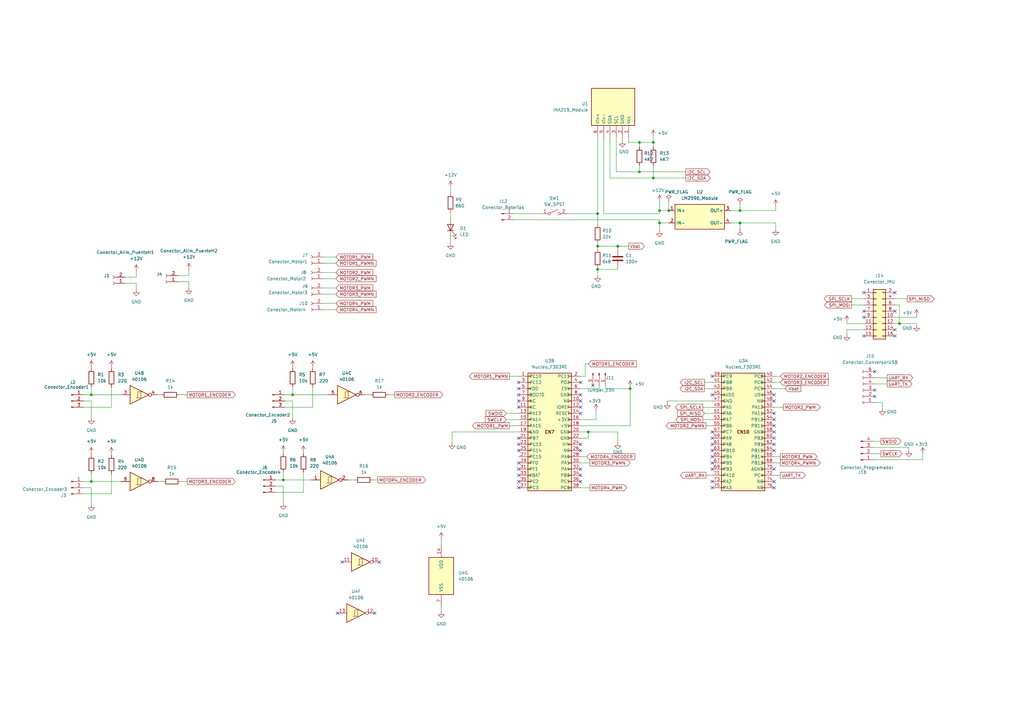
<source format=kicad_sch>
(kicad_sch (version 20211123) (generator eeschema)
  (paper "A3")
  (junction (at 274.32 86.36))
  (junction (at 270.51 91.44))
  (junction (at 262.255 70.485))
  (junction (at 245.11 110.49))
  (junction (at 303.53 91.44))
  (junction (at 245.11 100.965))
  (junction (at 262.255 58.42))
  (junction (at 120.015 161.925))
  (junction (at 241.3 177.165))
  (junction (at 303.53 86.36))
  (junction (at 258.445 159.385))
  (junction (at 37.465 197.485))
  (junction (at 267.97 73.025))
  (junction (at 253.365 100.965))
  (junction (at 368.935 132.715))
  (junction (at 270.51 86.36))
  (junction (at 37.465 161.925))
  (junction (at 116.205 196.85))
  (junction (at 267.97 58.42))
  (junction (at 245.11 87.63))
  (no_connect (at 212.725 161.925))
  (no_connect (at 317.5 192.405))
  (no_connect (at 317.5 182.245))
  (no_connect (at 317.5 184.785))
  (no_connect (at 212.725 156.845))
  (no_connect (at 354.33 137.795))
  (no_connect (at 212.725 200.025))
  (no_connect (at 354.33 127.635))
  (no_connect (at 367.03 135.255))
  (no_connect (at 212.725 197.485))
  (no_connect (at 317.5 169.545))
  (no_connect (at 367.03 137.795))
  (no_connect (at 140.335 230.505))
  (no_connect (at 317.5 172.085))
  (no_connect (at 367.03 120.015))
  (no_connect (at 153.67 251.46))
  (no_connect (at 292.1 154.305))
  (no_connect (at 138.43 251.46))
  (no_connect (at 243.205 158.115))
  (no_connect (at 238.125 194.945))
  (no_connect (at 238.125 161.925))
  (no_connect (at 238.125 182.245))
  (no_connect (at 292.1 182.245))
  (no_connect (at 317.5 174.625))
  (no_connect (at 354.33 130.175))
  (no_connect (at 317.5 161.925))
  (no_connect (at 358.775 152.4))
  (no_connect (at 292.1 187.325))
  (no_connect (at 358.775 160.02))
  (no_connect (at 238.125 184.785))
  (no_connect (at 358.775 162.56))
  (no_connect (at 238.125 169.545))
  (no_connect (at 367.03 127.635))
  (no_connect (at 317.5 200.025))
  (no_connect (at 212.725 179.705))
  (no_connect (at 212.725 189.865))
  (no_connect (at 317.5 197.485))
  (no_connect (at 238.125 167.005))
  (no_connect (at 317.5 179.705))
  (no_connect (at 292.1 179.705))
  (no_connect (at 212.725 164.465))
  (no_connect (at 238.125 192.405))
  (no_connect (at 238.125 164.465))
  (no_connect (at 292.1 197.485))
  (no_connect (at 238.125 197.485))
  (no_connect (at 292.1 200.025))
  (no_connect (at 212.725 184.785))
  (no_connect (at 155.575 230.505))
  (no_connect (at 292.1 161.925))
  (no_connect (at 317.5 177.165))
  (no_connect (at 292.1 189.865))
  (no_connect (at 354.33 120.015))
  (no_connect (at 292.1 192.405))
  (no_connect (at 212.725 194.945))
  (no_connect (at 238.125 156.845))
  (no_connect (at 212.725 167.005))
  (no_connect (at 212.725 182.245))
  (no_connect (at 212.725 159.385))
  (no_connect (at 212.725 192.405))
  (no_connect (at 292.1 184.785))
  (no_connect (at 317.5 164.465))
  (no_connect (at 292.1 177.165))
  (wire (pts (xy 247.65 87.63) (xy 270.51 87.63)))
  (wire (pts (xy 288.925 156.845) (xy 292.1 156.845)))
  (wire (pts (xy 247.65 56.515) (xy 247.65 87.63)))
  (wire (pts (xy 367.03 122.555) (xy 372.11 122.555)))
  (wire (pts (xy 267.97 55.88) (xy 267.97 58.42)))
  (wire (pts (xy 274.32 91.44) (xy 270.51 91.44)))
  (wire (pts (xy 45.72 158.75) (xy 45.72 167.005)))
  (wire (pts (xy 375.92 129.54) (xy 375.92 130.175)))
  (wire (pts (xy 245.11 87.63) (xy 245.11 92.075)))
  (wire (pts (xy 317.5 154.305) (xy 320.04 154.305)))
  (wire (pts (xy 347.345 132.08) (xy 347.345 132.715)))
  (wire (pts (xy 184.785 79.375) (xy 184.785 76.835)))
  (wire (pts (xy 45.72 194.31) (xy 45.72 202.565)))
  (wire (pts (xy 73.025 113.03) (xy 77.47 113.03)))
  (wire (pts (xy 120.015 150.495) (xy 120.015 151.13)))
  (wire (pts (xy 238.125 179.705) (xy 241.3 179.705)))
  (wire (pts (xy 255.27 56.515) (xy 255.27 57.785)))
  (wire (pts (xy 120.015 161.925) (xy 134.62 161.925)))
  (wire (pts (xy 37.465 186.055) (xy 37.465 186.69)))
  (wire (pts (xy 318.135 91.44) (xy 318.135 93.98)))
  (wire (pts (xy 245.11 100.965) (xy 253.365 100.965)))
  (wire (pts (xy 245.745 159.385) (xy 245.745 158.115)))
  (wire (pts (xy 253.365 177.165) (xy 253.365 181.61)))
  (wire (pts (xy 34.29 197.485) (xy 37.465 197.485)))
  (wire (pts (xy 318.135 84.455) (xy 318.135 86.36)))
  (wire (pts (xy 270.51 82.55) (xy 270.51 86.36)))
  (wire (pts (xy 303.53 86.36) (xy 318.135 86.36)))
  (wire (pts (xy 281.305 70.485) (xy 262.255 70.485)))
  (wire (pts (xy 252.73 70.485) (xy 252.73 56.515)))
  (wire (pts (xy 349.25 125.095) (xy 354.33 125.095)))
  (wire (pts (xy 238.125 172.085) (xy 244.475 172.085)))
  (wire (pts (xy 180.975 220.98) (xy 180.975 223.52)))
  (wire (pts (xy 240.03 149.225) (xy 241.3 149.225)))
  (wire (pts (xy 212.725 169.545) (xy 207.645 169.545)))
  (wire (pts (xy 248.285 159.385) (xy 248.285 158.115)))
  (wire (pts (xy 347.345 137.16) (xy 347.345 135.255)))
  (wire (pts (xy 185.42 177.165) (xy 212.725 177.165)))
  (wire (pts (xy 34.29 200.025) (xy 37.465 200.025)))
  (wire (pts (xy 253.365 109.855) (xy 253.365 110.49)))
  (wire (pts (xy 367.03 125.095) (xy 368.935 125.095)))
  (wire (pts (xy 303.53 91.44) (xy 318.135 91.44)))
  (wire (pts (xy 184.785 86.995) (xy 184.785 89.535)))
  (wire (pts (xy 113.03 196.85) (xy 116.205 196.85)))
  (wire (pts (xy 210.82 87.63) (xy 222.25 87.63)))
  (wire (pts (xy 299.72 91.44) (xy 303.53 91.44)))
  (wire (pts (xy 303.53 83.82) (xy 303.53 86.36)))
  (wire (pts (xy 74.295 197.485) (xy 76.835 197.485)))
  (wire (pts (xy 238.125 187.325) (xy 240.665 187.325)))
  (wire (pts (xy 262.255 70.485) (xy 252.73 70.485)))
  (wire (pts (xy 317.5 156.845) (xy 320.04 156.845)))
  (wire (pts (xy 367.03 130.175) (xy 375.92 130.175)))
  (wire (pts (xy 262.255 67.945) (xy 262.255 70.485)))
  (wire (pts (xy 267.97 60.325) (xy 267.97 58.42)))
  (wire (pts (xy 270.51 87.63) (xy 270.51 86.36)))
  (wire (pts (xy 257.81 56.515) (xy 257.81 58.42)))
  (wire (pts (xy 64.77 161.925) (xy 66.04 161.925)))
  (wire (pts (xy 238.125 200.025) (xy 241.935 200.025)))
  (wire (pts (xy 245.11 100.965) (xy 245.11 102.235)))
  (wire (pts (xy 258.445 159.385) (xy 258.445 174.625)))
  (wire (pts (xy 132.715 118.11) (xy 137.795 118.11)))
  (wire (pts (xy 37.465 197.485) (xy 49.53 197.485)))
  (wire (pts (xy 77.47 113.03) (xy 77.47 110.49)))
  (wire (pts (xy 244.475 168.275) (xy 244.475 172.085)))
  (wire (pts (xy 184.785 97.155) (xy 184.785 99.695)))
  (wire (pts (xy 288.29 167.005) (xy 292.1 167.005)))
  (wire (pts (xy 253.365 110.49) (xy 245.11 110.49)))
  (wire (pts (xy 132.715 120.65) (xy 137.795 120.65)))
  (wire (pts (xy 132.715 105.41) (xy 137.795 105.41)))
  (wire (pts (xy 250.19 73.025) (xy 267.97 73.025)))
  (wire (pts (xy 270.51 86.36) (xy 274.32 86.36)))
  (wire (pts (xy 241.935 189.865) (xy 238.125 189.865)))
  (wire (pts (xy 124.46 185.42) (xy 124.46 186.055)))
  (wire (pts (xy 207.645 172.085) (xy 212.725 172.085)))
  (wire (pts (xy 45.72 186.055) (xy 45.72 186.69)))
  (wire (pts (xy 208.915 154.305) (xy 212.725 154.305)))
  (wire (pts (xy 55.88 118.745) (xy 55.88 116.205)))
  (wire (pts (xy 34.29 202.565) (xy 45.72 202.565)))
  (wire (pts (xy 245.11 110.49) (xy 245.11 113.03)))
  (wire (pts (xy 273.685 164.465) (xy 292.1 164.465)))
  (wire (pts (xy 270.51 91.44) (xy 270.51 90.17)))
  (wire (pts (xy 288.925 169.545) (xy 292.1 169.545)))
  (wire (pts (xy 321.31 167.005) (xy 317.5 167.005)))
  (wire (pts (xy 361.95 165.1) (xy 358.775 165.1)))
  (wire (pts (xy 270.51 91.44) (xy 270.51 94.615)))
  (wire (pts (xy 232.41 87.63) (xy 245.11 87.63)))
  (wire (pts (xy 375.92 133.35) (xy 375.92 132.715)))
  (wire (pts (xy 128.27 150.495) (xy 128.27 151.13)))
  (wire (pts (xy 180.975 250.825) (xy 180.975 248.92)))
  (wire (pts (xy 262.255 58.42) (xy 267.97 58.42)))
  (wire (pts (xy 358.14 180.975) (xy 361.315 180.975)))
  (wire (pts (xy 258.445 174.625) (xy 238.125 174.625)))
  (wire (pts (xy 321.945 159.385) (xy 317.5 159.385)))
  (wire (pts (xy 267.97 73.025) (xy 281.305 73.025)))
  (wire (pts (xy 368.935 132.715) (xy 375.92 132.715)))
  (wire (pts (xy 51.435 113.665) (xy 55.88 113.665)))
  (wire (pts (xy 77.47 118.11) (xy 77.47 115.57)))
  (wire (pts (xy 34.29 167.005) (xy 45.72 167.005)))
  (wire (pts (xy 317.5 194.945) (xy 320.04 194.945)))
  (wire (pts (xy 55.88 116.205) (xy 51.435 116.205)))
  (wire (pts (xy 241.3 177.165) (xy 238.125 177.165)))
  (wire (pts (xy 358.775 154.94) (xy 363.855 154.94)))
  (wire (pts (xy 241.3 179.705) (xy 241.3 177.165)))
  (wire (pts (xy 368.935 125.095) (xy 368.935 132.715)))
  (wire (pts (xy 132.715 124.46) (xy 137.795 124.46)))
  (wire (pts (xy 288.925 159.385) (xy 292.1 159.385)))
  (wire (pts (xy 273.685 165.1) (xy 273.685 164.465)))
  (wire (pts (xy 77.47 115.57) (xy 73.025 115.57)))
  (wire (pts (xy 361.95 165.1) (xy 361.95 167.64)))
  (wire (pts (xy 116.205 199.39) (xy 116.205 206.375)))
  (wire (pts (xy 132.715 114.3) (xy 137.795 114.3)))
  (wire (pts (xy 258.445 159.385) (xy 258.445 158.75)))
  (wire (pts (xy 248.285 159.385) (xy 258.445 159.385)))
  (wire (pts (xy 250.19 56.515) (xy 250.19 73.025)))
  (wire (pts (xy 34.29 161.925) (xy 37.465 161.925)))
  (wire (pts (xy 113.03 201.93) (xy 124.46 201.93)))
  (wire (pts (xy 367.03 132.715) (xy 368.935 132.715)))
  (wire (pts (xy 262.255 58.42) (xy 262.255 60.325)))
  (wire (pts (xy 358.775 157.48) (xy 363.855 157.48)))
  (wire (pts (xy 358.14 186.055) (xy 361.315 186.055)))
  (wire (pts (xy 116.205 196.85) (xy 116.205 193.675)))
  (wire (pts (xy 292.1 194.945) (xy 289.56 194.945)))
  (wire (pts (xy 37.465 161.925) (xy 49.53 161.925)))
  (wire (pts (xy 34.29 164.465) (xy 37.465 164.465)))
  (wire (pts (xy 132.715 127) (xy 137.795 127)))
  (wire (pts (xy 274.32 82.55) (xy 274.32 86.36)))
  (wire (pts (xy 37.465 197.485) (xy 37.465 194.31)))
  (wire (pts (xy 303.53 93.98) (xy 303.53 91.44)))
  (wire (pts (xy 149.86 161.925) (xy 151.765 161.925)))
  (wire (pts (xy 347.345 135.255) (xy 354.33 135.255)))
  (wire (pts (xy 132.715 107.95) (xy 137.795 107.95)))
  (wire (pts (xy 358.14 183.515) (xy 372.745 183.515)))
  (wire (pts (xy 159.385 161.925) (xy 161.925 161.925)))
  (wire (pts (xy 132.715 111.76) (xy 137.795 111.76)))
  (wire (pts (xy 253.365 100.965) (xy 257.81 100.965)))
  (wire (pts (xy 317.5 187.325) (xy 320.04 187.325)))
  (wire (pts (xy 208.915 174.625) (xy 212.725 174.625)))
  (wire (pts (xy 378.46 186.055) (xy 378.46 188.595)))
  (wire (pts (xy 120.015 164.465) (xy 120.015 171.45)))
  (wire (pts (xy 113.03 199.39) (xy 116.205 199.39)))
  (wire (pts (xy 116.84 164.465) (xy 120.015 164.465)))
  (wire (pts (xy 349.25 122.555) (xy 354.33 122.555)))
  (wire (pts (xy 120.015 161.925) (xy 120.015 158.75)))
  (wire (pts (xy 354.33 132.715) (xy 347.345 132.715)))
  (wire (pts (xy 73.66 161.925) (xy 76.835 161.925)))
  (wire (pts (xy 185.42 177.165) (xy 185.42 181.61)))
  (wire (pts (xy 153.035 196.85) (xy 154.94 196.85)))
  (wire (pts (xy 124.46 193.675) (xy 124.46 201.93)))
  (wire (pts (xy 210.82 90.17) (xy 270.51 90.17)))
  (wire (pts (xy 238.125 154.305) (xy 240.03 154.305)))
  (wire (pts (xy 299.72 86.36) (xy 303.53 86.36)))
  (wire (pts (xy 142.875 196.85) (xy 145.415 196.85)))
  (wire (pts (xy 128.27 158.75) (xy 128.27 167.005)))
  (wire (pts (xy 55.88 113.665) (xy 55.88 111.125)))
  (wire (pts (xy 292.1 174.625) (xy 289.56 174.625)))
  (wire (pts (xy 37.465 150.495) (xy 37.465 151.13)))
  (wire (pts (xy 64.77 197.485) (xy 66.675 197.485)))
  (wire (pts (xy 245.11 56.515) (xy 245.11 87.63)))
  (wire (pts (xy 45.72 150.495) (xy 45.72 151.13)))
  (wire (pts (xy 116.205 185.42) (xy 116.205 186.055)))
  (wire (pts (xy 116.84 161.925) (xy 120.015 161.925)))
  (wire (pts (xy 288.29 172.085) (xy 292.1 172.085)))
  (wire (pts (xy 116.84 167.005) (xy 128.27 167.005)))
  (wire (pts (xy 358.14 188.595) (xy 378.46 188.595)))
  (wire (pts (xy 245.11 109.855) (xy 245.11 110.49)))
  (wire (pts (xy 238.125 159.385) (xy 245.745 159.385)))
  (wire (pts (xy 240.03 154.305) (xy 240.03 149.225)))
  (wire (pts (xy 241.3 177.165) (xy 253.365 177.165)))
  (wire (pts (xy 372.745 183.515) (xy 372.745 184.785)))
  (wire (pts (xy 257.81 58.42) (xy 262.255 58.42)))
  (wire (pts (xy 37.465 161.925) (xy 37.465 158.75)))
  (wire (pts (xy 267.97 67.945) (xy 267.97 73.025)))
  (wire (pts (xy 245.11 99.695) (xy 245.11 100.965)))
  (wire (pts (xy 317.5 189.865) (xy 320.04 189.865)))
  (wire (pts (xy 37.465 200.025) (xy 37.465 207.01)))
  (wire (pts (xy 37.465 164.465) (xy 37.465 171.45)))
  (wire (pts (xy 116.205 196.85) (xy 127.635 196.85)))
  (wire (pts (xy 253.365 102.235) (xy 253.365 100.965)))
  (global_label "SWCLK" (shape output) (at 361.315 186.055 0) (property "Intersheet References" "${INTERSHEET_REFS}" (effects hide)))
  (global_label "MOTOR2_ENCODER" (shape output) (at 161.925 161.925 0) (property "Intersheet References" "${INTERSHEET_REFS}" (effects hide)))
  (global_label "I2C_SDA" (shape output) (at 288.925 159.385 180) (property "Intersheet References" "${INTERSHEET_REFS}" (effects hide)))
  (global_label "MOTOR4_PWM" (shape output) (at 241.935 200.025 0) (property "Intersheet References" "${INTERSHEET_REFS}" (effects hide)))
  (global_label "MOTOR3_PWMN" (shape output) (at 241.935 189.865 0) (property "Intersheet References" "${INTERSHEET_REFS}" (effects hide)))
  (global_label "SWDIO" (shape output) (at 361.315 180.975 0) (property "Intersheet References" "${INTERSHEET_REFS}" (effects hide)))
  (global_label "SPI_MOSI" (shape output) (at 349.25 125.095 180) (property "Intersheet References" "${INTERSHEET_REFS}" (effects hide)))
  (global_label "MOTOR4_PWMN" (shape output) (at 320.04 189.865 0) (property "Intersheet References" "${INTERSHEET_REFS}" (effects hide)))
  (global_label "MOTOR1_PWMN" (shape output) (at 208.915 154.305 180) (property "Intersheet References" "${INTERSHEET_REFS}" (effects hide)))
  (global_label "UART_RX" (shape output) (at 363.855 154.94 0) (property "Intersheet References" "${INTERSHEET_REFS}" (effects hide)))
  (global_label "SPI_SCLK" (shape output) (at 349.25 122.555 180) (property "Intersheet References" "${INTERSHEET_REFS}" (effects hide)))
  (global_label "SPI_MOSI" (shape output) (at 288.29 172.085 180) (property "Intersheet References" "${INTERSHEET_REFS}" (effects hide)))
  (global_label "Vbat" (shape output) (at 257.81 100.965 0) (property "Intersheet References" "${INTERSHEET_REFS}" (effects hide)))
  (global_label "I2C_SDA" (shape output) (at 281.305 73.025 0) (property "Intersheet References" "${INTERSHEET_REFS}" (effects hide)))
  (global_label "I2C_SCL" (shape output) (at 281.305 70.485 0) (property "Intersheet References" "${INTERSHEET_REFS}" (effects hide)))
  (global_label "MOTOR4_PWM" (shape input) (at 137.795 124.46 0) (property "Intersheet References" "${INTERSHEET_REFS}" (effects hide)))
  (global_label "SWCLK" (shape input) (at 207.645 172.085 180) (property "Intersheet References" "${INTERSHEET_REFS}" (effects hide)))
  (global_label "MOTOR4_PWMN" (shape input) (at 137.795 127 0) (property "Intersheet References" "${INTERSHEET_REFS}" (effects hide)))
  (global_label "MOTOR2_PWMN" (shape input) (at 137.795 114.3 0) (property "Intersheet References" "${INTERSHEET_REFS}" (effects hide)))
  (global_label "SPI_SCLK" (shape output) (at 288.29 167.005 180) (property "Intersheet References" "${INTERSHEET_REFS}" (effects hide)))
  (global_label "MOTOR1_PWM" (shape output) (at 208.915 174.625 180) (property "Intersheet References" "${INTERSHEET_REFS}" (effects hide)))
  (global_label "SWDIO" (shape input) (at 207.645 169.545 180) (property "Intersheet References" "${INTERSHEET_REFS}" (effects hide)))
  (global_label "MOTOR2_PWM" (shape output) (at 321.31 167.005 0) (property "Intersheet References" "${INTERSHEET_REFS}" (effects hide)))
  (global_label "MOTOR1_ENCODER" (shape input) (at 241.3 149.225 0) (property "Intersheet References" "${INTERSHEET_REFS}" (effects hide)))
  (global_label "MOTOR3_PWM" (shape output) (at 320.04 187.325 0) (property "Intersheet References" "${INTERSHEET_REFS}" (effects hide)))
  (global_label "UART_TX" (shape output) (at 320.04 194.945 0) (property "Intersheet References" "${INTERSHEET_REFS}" (effects hide)))
  (global_label "SPI_MISO" (shape input) (at 288.925 169.545 180) (property "Intersheet References" "${INTERSHEET_REFS}" (effects hide)))
  (global_label "UART_TX" (shape output) (at 363.855 157.48 0) (property "Intersheet References" "${INTERSHEET_REFS}" (effects hide)))
  (global_label "MOTOR3_PWM" (shape input) (at 137.795 118.11 0) (property "Intersheet References" "${INTERSHEET_REFS}" (effects hide)))
  (global_label "MOTOR1_ENCODER" (shape output) (at 76.835 161.925 0) (property "Intersheet References" "${INTERSHEET_REFS}" (effects hide)))
  (global_label "MOTOR2_PWM" (shape input) (at 137.795 111.76 0) (property "Intersheet References" "${INTERSHEET_REFS}" (effects hide)))
  (global_label "MOTOR2_PWMN" (shape output) (at 289.56 174.625 180) (property "Intersheet References" "${INTERSHEET_REFS}" (effects hide)))
  (global_label "Vbat" (shape input) (at 321.945 159.385 0) (property "Intersheet References" "${INTERSHEET_REFS}" (effects hide)))
  (global_label "I2C_SCL" (shape output) (at 288.925 156.845 180) (property "Intersheet References" "${INTERSHEET_REFS}" (effects hide)))
  (global_label "MOTOR3_PWMN" (shape input) (at 137.795 120.65 0) (property "Intersheet References" "${INTERSHEET_REFS}" (effects hide)))
  (global_label "UART_RX" (shape output) (at 289.56 194.945 180) (property "Intersheet References" "${INTERSHEET_REFS}" (effects hide)))
  (global_label "MOTOR3_ENCODER" (shape output) (at 76.835 197.485 0) (property "Intersheet References" "${INTERSHEET_REFS}" (effects hide)))
  (global_label "MOTOR1_PWMN" (shape input) (at 137.795 107.95 0) (property "Intersheet References" "${INTERSHEET_REFS}" (effects hide)))
  (global_label "SPI_MISO" (shape output) (at 372.11 122.555 0) (property "Intersheet References" "${INTERSHEET_REFS}" (effects hide)))
  (global_label "MOTOR4_ENCODER" (shape output) (at 154.94 196.85 0) (property "Intersheet References" "${INTERSHEET_REFS}" (effects hide)))
  (global_label "MOTOR4_ENCODER" (shape input) (at 240.665 187.325 0) (property "Intersheet References" "${INTERSHEET_REFS}" (effects hide)))
  (global_label "MOTOR2_ENCODER" (shape input) (at 320.04 154.305 0) (property "Intersheet References" "${INTERSHEET_REFS}" (effects hide)))
  (global_label "MOTOR3_ENCODER" (shape input) (at 320.04 156.845 0) (property "Intersheet References" "${INTERSHEET_REFS}" (effects hide)))
  (global_label "MOTOR1_PWM" (shape input) (at 137.795 105.41 0) (property "Intersheet References" "${INTERSHEET_REFS}" (effects hide)))
  (symbol (lib_id "Connector:Conn_01x03_Male") (at 29.21 200.025 0) (unit 1)
    (property "Reference" "J3" (at 26.035 203.2 0))
    (property "Value" "Conector_Encoder3" (at 18.415 200.66 0))
    (property "Footprint" "Connector_JST:JST_EH_B3B-EH-A_1x03_P2.50mm_Vertical" (effects hide))
  )
  (symbol (lib_id "Connector:Conn_01x03_Male") (at 111.76 164.465 0) (unit 1)
    (property "Reference" "J5" (at 112.395 172.72 0))
    (property "Value" "Conector_Encoder2" (at 109.855 170.18 0))
    (property "Footprint" "Connector_JST:JST_EH_B3B-EH-A_1x03_P2.50mm_Vertical" (effects hide))
  )
  (symbol (lib_id "Connector:Conn_01x02_Female") (at 127.635 120.65 180) (unit 1)
    (property "Reference" "J9" (at 125.095 117.475 0))
    (property "Value" "Conector_Motor3" (at 118.11 120.015 0))
    (property "Footprint" "Connector_PinHeader_2.54mm:PinHeader_1x02_P2.54mm_Vertical" (effects hide))
  )
  (symbol (lib_id "power:GND") (at 55.88 118.745 0) (unit 1)
    (property "Reference" "#PWR02" (effects hide))
    (property "Value" "GND" (at 55.88 123.825 0))
  )
  (symbol (lib_id "4xxx:40106") (at 57.15 161.925 0) (unit 2)
    (property "Reference" "U4" (at 57.15 153.035 0))
    (property "Value" "40106" (at 57.15 155.575 0))
    (property "Footprint" "Package_DIP:DIP-14_W7.62mm_LongPads" (effects hide))
    (property "Datasheet" "https://assets.nexperia.com/documents/data-sheet/HEF40106B.pdf" (effects hide))
  )
  (symbol (lib_id "power:GND") (at 255.27 57.785 0) (mirror y) (unit 1)
    (property "Reference" "#PWR025" (effects hide))
    (property "Value" "GND" (at 255.905 62.23 0))
  )
  (symbol (lib_id "power:+5V") (at 258.445 158.75 0) (mirror y) (unit 1)
    (property "Reference" "#PWR022" (effects hide))
    (property "Value" "+5V" (at 262.255 157.48 0))
  )
  (symbol (lib_id "power:GND") (at 273.685 165.1 0) (unit 1)
    (property "Reference" "#PWR023" (effects hide))
    (property "Value" "GND" (at 269.875 167.005 0))
  )
  (symbol (lib_id "power:+3V3") (at 378.46 186.055 0) (unit 1)
    (property "Reference" "#PWR0106" (effects hide))
    (property "Value" "+3V3" (at 377.825 182.245 0))
  )
  (symbol (lib_id "4xxx:40106") (at 135.255 196.85 0) (unit 1)
    (property "Reference" "U4" (at 135.255 187.325 0))
    (property "Value" "40106" (at 135.255 189.865 0))
    (property "Footprint" "Package_DIP:DIP-14_W7.62mm_LongPads" (effects hide))
    (property "Datasheet" "https://assets.nexperia.com/documents/data-sheet/HEF40106B.pdf" (effects hide))
  )
  (symbol (lib_id "Connector:Conn_01x02_Female") (at 127.635 114.3 180) (unit 1)
    (property "Reference" "J8" (at 124.46 111.76 0))
    (property "Value" "Conector_Motor2" (at 117.475 114.3 0))
    (property "Footprint" "Connector_PinHeader_2.54mm:PinHeader_1x02_P2.54mm_Vertical" (effects hide))
  )
  (symbol (lib_id "power:+5V") (at 124.46 185.42 0) (unit 1)
    (property "Reference" "#PWR016" (effects hide))
    (property "Value" "+5V" (at 124.46 180.34 0))
  )
  (symbol (lib_id "4xxx:40106") (at 142.24 161.925 0) (unit 3)
    (property "Reference" "U4" (at 142.24 153.035 0))
    (property "Value" "40106" (at 142.24 155.575 0))
    (property "Footprint" "Package_DIP:DIP-14_W7.62mm_LongPads" (effects hide))
    (property "Datasheet" "https://assets.nexperia.com/documents/data-sheet/HEF40106B.pdf" (effects hide))
  )
  (symbol (lib_id "power:PWR_FLAG") (at 303.53 93.98 180) (unit 1)
    (property "Reference" "#FLG03" (effects hide))
    (property "Value" "PWR_FLAG" (at 297.18 99.06 0) (effects (justify right)))
  )
  (symbol (lib_id "power:+12V") (at 77.47 110.49 0) (unit 1)
    (property "Reference" "#PWR09" (effects hide))
    (property "Value" "+12V" (at 77.47 105.41 0))
  )
  (symbol (lib_id "Device:R") (at 245.11 106.045 0) (unit 1)
    (property "Reference" "R11" (at 247.015 104.7749 0) (effects (justify left)))
    (property "Value" "6k8" (at 247.015 107.3149 0) (effects (justify left)))
    (property "Footprint" "CustomLib:R_Axial_Custom" (effects hide))
  )
  (symbol (lib_id "power:GND") (at 372.745 184.785 0) (unit 1)
    (property "Reference" "#PWR0104" (effects hide))
    (property "Value" "GND" (at 372.745 182.245 0))
  )
  (symbol (lib_id "Connector:Conn_01x03_Male") (at 29.21 164.465 0) (unit 1)
    (property "Reference" "J2" (at 29.845 156.845 0))
    (property "Value" "Conector_Encoder1" (at 27.305 158.75 0))
    (property "Footprint" "Connector_JST:JST_EH_B3B-EH-A_1x03_P2.50mm_Vertical" (effects hide))
  )
  (symbol (lib_id "power:+12V") (at 270.51 82.55 0) (unit 1)
    (property "Reference" "#PWR027" (effects hide))
    (property "Value" "+12V" (at 269.875 78.105 0))
  )
  (symbol (lib_id "Connector:Conn_01x02_Female") (at 127.635 107.95 180) (unit 1)
    (property "Reference" "J7" (at 125.095 104.775 0))
    (property "Value" "Conector_Motor1" (at 118.11 107.315 0))
    (property "Footprint" "Connector_PinHeader_2.54mm:PinHeader_1x02_P2.54mm_Vertical" (effects hide))
  )
  (symbol (lib_id "Device:R") (at 245.11 95.885 0) (unit 1)
    (property "Reference" "R10" (at 247.015 94.6149 0) (effects (justify left)))
    (property "Value" "22k" (at 247.015 97.1549 0) (effects (justify left)))
    (property "Footprint" "CustomLib:R_Axial_Custom" (effects hide))
  )
  (symbol (lib_id "power:GND") (at 245.11 113.03 0) (unit 1)
    (property "Reference" "#PWR024" (effects hide))
    (property "Value" "GND" (at 244.475 117.475 0))
  )
  (symbol (lib_id "power:+5V") (at 116.205 185.42 0) (unit 1)
    (property "Reference" "#PWR013" (effects hide))
    (property "Value" "+5V" (at 116.205 180.34 0))
  )
  (symbol (lib_id "power:GND") (at 37.465 171.45 0) (unit 1)
    (property "Reference" "#PWR04" (effects hide))
    (property "Value" "GND" (at 37.465 176.53 0))
  )
  (symbol (lib_id "Device:R") (at 124.46 189.865 0) (unit 1)
    (property "Reference" "R8" (at 127 188.5949 0) (effects (justify left)))
    (property "Value" "220" (at 127 191.1349 0) (effects (justify left)))
    (property "Footprint" "CustomLib:R_Axial_Custom" (effects hide))
  )
  (symbol (lib_id "Device:R") (at 37.465 154.94 0) (unit 1)
    (property "Reference" "R1" (at 40.005 153.6699 0) (effects (justify left)))
    (property "Value" "10k" (at 40.005 156.2099 0) (effects (justify left)))
    (property "Footprint" "CustomLib:R_Axial_Custom" (effects hide))
  )
  (symbol (lib_id "power:+5V") (at 120.015 150.495 0) (unit 1)
    (property "Reference" "#PWR011" (effects hide))
    (property "Value" "+5V" (at 120.015 145.415 0))
  )
  (symbol (lib_id "Switch:SW_SPST") (at 227.33 87.63 0) (unit 1)
    (property "Reference" "SW1" (at 227.33 81.28 0))
    (property "Value" "SW_SPST" (at 227.33 83.82 0))
    (property "Footprint" "CustomLib:SW_SPST" (effects hide))
  )
  (symbol (lib_id "Connector:Conn_01x02_Female") (at 127.635 127 180) (unit 1)
    (property "Reference" "J10" (at 124.46 124.46 0))
    (property "Value" "Conector_Motor4" (at 117.475 127 0))
    (property "Footprint" "Connector_PinHeader_2.54mm:PinHeader_1x02_P2.54mm_Vertical" (effects hide))
  )
  (symbol (lib_id "power:+5V") (at 45.72 186.055 0) (unit 1)
    (property "Reference" "#PWR08" (effects hide))
    (property "Value" "+5V" (at 45.72 180.975 0))
  )
  (symbol (lib_id "power:+12V") (at 55.88 111.125 0) (unit 1)
    (property "Reference" "#PWR01" (effects hide))
    (property "Value" "+12V" (at 55.88 106.045 0))
  )
  (symbol (lib_id "Connector:Conn_01x04_Male") (at 353.06 186.055 0) (mirror x) (unit 1)
    (property "Reference" "J16" (at 353.695 193.675 0))
    (property "Value" "Conector_Programador" (at 355.6 191.77 0))
    (property "Footprint" "Connector_PinSocket_2.54mm:PinSocket_1x04_P2.54mm_Vertical" (effects hide))
  )
  (symbol (lib_id "power:+5V") (at 318.135 84.455 0) (unit 1)
    (property "Reference" "#PWR030" (effects hide))
    (property "Value" "+5V" (at 318.135 79.375 0))
  )
  (symbol (lib_id "power:PWR_FLAG") (at 274.32 82.55 0) (unit 1)
    (property "Reference" "#FLG01" (effects hide))
    (property "Value" "PWR_FLAG" (at 277.495 78.74 0))
  )
  (symbol (lib_id "Device:R") (at 120.015 154.94 0) (unit 1)
    (property "Reference" "R5" (at 122.555 153.6699 0) (effects (justify left)))
    (property "Value" "10k" (at 122.555 156.2099 0) (effects (justify left)))
    (property "Footprint" "CustomLib:R_Axial_Custom" (effects hide))
  )
  (symbol (lib_id "power:+3V3") (at 244.475 168.275 0) (unit 1)
    (property "Reference" "#PWR0105" (effects hide))
    (property "Value" "+3V3" (at 243.84 164.465 0))
  )
  (symbol (lib_id "power:GND") (at 318.135 93.98 0) (unit 1)
    (property "Reference" "#PWR031" (effects hide))
    (property "Value" "GND" (at 318.135 99.06 0))
  )
  (symbol (lib_id "Device:C") (at 253.365 106.045 0) (unit 1)
    (property "Reference" "C1" (at 256.54 104.7749 0) (effects (justify left)))
    (property "Value" "100n" (at 256.54 107.3149 0) (effects (justify left)))
    (property "Footprint" "Capacitor_THT:C_Disc_D4.3mm_W1.9mm_P5.00mm" (effects hide))
  )
  (symbol (lib_id "Connector:Conn_01x06_Female") (at 353.695 160.02 180) (unit 1)
    (property "Reference" "J15" (at 356.87 146.05 0))
    (property "Value" "Conector_ConversorUSB" (at 356.87 148.59 0))
    (property "Footprint" "Connector_PinSocket_2.54mm:PinSocket_1x06_P2.54mm_Horizontal" (effects hide))
  )
  (symbol (lib_id "power:GND") (at 347.345 137.16 0) (unit 1)
    (property "Reference" "#PWR033" (effects hide))
    (property "Value" "GND" (at 343.535 138.43 0))
  )
  (symbol (lib_id "Connector_Generic:Conn_02x08_Odd_Even") (at 359.41 127.635 0) (unit 1)
    (property "Reference" "J14" (at 360.68 113.03 0))
    (property "Value" "Conector_IMU" (at 360.68 115.57 0))
    (property "Footprint" "CustomLib:Conector_IMU" (effects hide))
  )
  (symbol (lib_id "Device:R") (at 262.255 64.135 0) (unit 1)
    (property "Reference" "R12" (at 264.16 62.8649 0) (effects (justify left)))
    (property "Value" "4K7" (at 264.16 65.4049 0) (effects (justify left)))
    (property "Footprint" "CustomLib:R_Axial_Custom" (effects hide))
  )
  (symbol (lib_id "CustomLib:LM2596_Module") (at 287.02 86.36 0) (unit 1)
    (property "Reference" "U2" (at 287.02 78.74 0))
    (property "Value" "LM2596_Module" (at 287.02 81.28 0))
    (property "Footprint" "CustomLib:DCDC_StepDown_LM2596" (effects hide))
  )
  (symbol (lib_id "Connector:Conn_01x03_Male") (at 245.745 153.035 270) (unit 1)
    (property "Reference" "J11" (at 250.19 154.94 90))
    (property "Value" "Jumper_E5V" (at 246.38 160.02 90))
    (property "Footprint" "Connector_PinHeader_2.54mm:PinHeader_1x03_P2.54mm_Vertical" (effects hide))
  )
  (symbol (lib_id "Device:R") (at 37.465 190.5 0) (unit 1)
    (property "Reference" "R2" (at 40.005 189.2299 0) (effects (justify left)))
    (property "Value" "10k" (at 40.005 191.7699 0) (effects (justify left)))
    (property "Footprint" "CustomLib:R_Axial_Custom" (effects hide))
  )
  (symbol (lib_id "power:+5V") (at 375.92 129.54 0) (unit 1)
    (property "Reference" "#PWR035" (effects hide))
    (property "Value" "+5V" (at 372.11 128.27 0))
  )
  (symbol (lib_id "CustomLib:INA219_Module") (at 251.46 42.545 0) (mirror y) (unit 1)
    (property "Reference" "U1" (at 241.3 42.5449 0) (effects (justify left)))
    (property "Value" "INA219_Module" (at 241.3 45.0849 0) (effects (justify left)))
    (property "Footprint" "CustomLib:INA219_Module" (effects hide))
  )
  (symbol (lib_id "Device:R") (at 70.485 197.485 90) (unit 1)
    (property "Reference" "R15" (at 70.485 191.77 90))
    (property "Value" "1k" (at 70.485 194.31 90))
    (property "Footprint" "CustomLib:R_Axial_Custom" (effects hide))
  )
  (symbol (lib_id "power:+5V") (at 37.465 186.055 0) (unit 1)
    (property "Reference" "#PWR05" (effects hide))
    (property "Value" "+5V" (at 37.465 180.975 0))
  )
  (symbol (lib_id "Connector:Conn_01x02_Female") (at 67.945 115.57 180) (unit 1)
    (property "Reference" "J4" (at 65.405 112.395 0))
    (property "Value" "Conector_Alim_PuenteH2" (at 77.47 102.87 0))
    (property "Footprint" "Connector_JST:JST_EH_B2B-EH-A_1x02_P2.50mm_Vertical" (effects hide))
  )
  (symbol (lib_id "4xxx:40106") (at 146.05 251.46 0) (unit 6)
    (property "Reference" "U4" (at 146.05 242.57 0))
    (property "Value" "40106" (at 146.05 245.11 0))
    (property "Footprint" "Package_DIP:DIP-14_W7.62mm_LongPads" (effects hide))
    (property "Datasheet" "https://assets.nexperia.com/documents/data-sheet/HEF40106B.pdf" (effects hide))
  )
  (symbol (lib_id "Connector:Conn_01x03_Male") (at 107.95 199.39 0) (unit 1)
    (property "Reference" "J6" (at 108.585 191.77 0))
    (property "Value" "Conector_Encoder4" (at 106.045 193.675 0))
    (property "Footprint" "Connector_JST:JST_EH_B3B-EH-A_1x03_P2.50mm_Vertical" (effects hide))
  )
  (symbol (lib_id "power:GND") (at 184.785 99.695 0) (unit 1)
    (property "Reference" "#PWR019" (effects hide))
    (property "Value" "GND" (at 184.785 104.775 0))
  )
  (symbol (lib_id "Device:R") (at 69.85 161.925 90) (unit 1)
    (property "Reference" "R14" (at 69.85 156.21 90))
    (property "Value" "1k" (at 69.85 158.75 90))
    (property "Footprint" "CustomLib:R_Axial_Custom" (effects hide))
  )
  (symbol (lib_id "Device:R") (at 267.97 64.135 0) (unit 1)
    (property "Reference" "R13" (at 270.51 62.8649 0) (effects (justify left)))
    (property "Value" "4K7" (at 270.51 65.4049 0) (effects (justify left)))
    (property "Footprint" "CustomLib:R_Axial_Custom" (effects hide))
  )
  (symbol (lib_id "Device:LED") (at 184.785 93.345 90) (unit 1)
    (property "Reference" "D1" (at 188.595 93.6624 90) (effects (justify right)))
    (property "Value" "LED" (at 188.595 96.2024 90) (effects (justify right)))
    (property "Footprint" "LED_THT:LED_D5.0mm" (effects hide))
  )
  (symbol (lib_id "power:GND") (at 37.465 207.01 0) (unit 1)
    (property "Reference" "#PWR0103" (effects hide))
    (property "Value" "GND" (at 37.465 212.09 0))
  )
  (symbol (lib_id "power:GND") (at 120.015 171.45 0) (unit 1)
    (property "Reference" "#PWR0102" (effects hide))
    (property "Value" "GND" (at 120.015 176.53 0))
  )
  (symbol (lib_id "power:GND") (at 77.47 118.11 0) (unit 1)
    (property "Reference" "#PWR010" (effects hide))
    (property "Value" "GND" (at 77.47 123.19 0))
  )
  (symbol (lib_id "Device:R") (at 128.27 154.94 0) (unit 1)
    (property "Reference" "R7" (at 130.81 153.6699 0) (effects (justify left)))
    (property "Value" "220" (at 130.81 156.2099 0) (effects (justify left)))
    (property "Footprint" "CustomLib:R_Axial_Custom" (effects hide))
  )
  (symbol (lib_id "power:+5V") (at 128.27 150.495 0) (unit 1)
    (property "Reference" "#PWR015" (effects hide))
    (property "Value" "+5V" (at 128.27 145.415 0))
  )
  (symbol (lib_id "power:GND") (at 185.42 181.61 0) (mirror y) (unit 1)
    (property "Reference" "#PWR021" (effects hide))
    (property "Value" "GND" (at 189.23 183.515 0))
  )
  (symbol (lib_id "power:PWR_FLAG") (at 303.53 83.82 0) (unit 1)
    (property "Reference" "#FLG02" (effects hide))
    (property "Value" "PWR_FLAG" (at 303.53 78.74 0))
  )
  (symbol (lib_id "power:GND") (at 116.205 206.375 0) (unit 1)
    (property "Reference" "#PWR0101" (effects hide))
    (property "Value" "GND" (at 116.205 211.455 0))
  )
  (symbol (lib_id "power:+5V") (at 45.72 150.495 0) (unit 1)
    (property "Reference" "#PWR07" (effects hide))
    (property "Value" "+5V" (at 45.72 145.415 0))
  )
  (symbol (lib_id "power:+5V") (at 37.465 150.495 0) (unit 1)
    (property "Reference" "#PWR03" (effects hide))
    (property "Value" "+5V" (at 37.465 145.415 0))
  )
  (symbol (lib_id "Device:R") (at 149.225 196.85 90) (unit 1)
    (property "Reference" "R16" (at 149.225 191.135 90))
    (property "Value" "1k" (at 149.225 193.675 90))
    (property "Footprint" "CustomLib:R_Axial_Custom" (effects hide))
  )
  (symbol (lib_id "power:+5V") (at 180.975 220.98 0) (unit 1)
    (property "Reference" "#PWR06" (effects hide))
    (property "Value" "+5V" (at 180.975 215.9 0))
  )
  (symbol (lib_id "4xxx:40106") (at 57.15 197.485 0) (unit 4)
    (property "Reference" "U4" (at 57.15 188.595 0))
    (property "Value" "40106" (at 57.15 191.135 0))
    (property "Footprint" "Package_DIP:DIP-14_W7.62mm_LongPads" (effects hide))
    (property "Datasheet" "https://assets.nexperia.com/documents/data-sheet/HEF40106B.pdf" (effects hide))
  )
  (symbol (lib_id "power:+12V") (at 184.785 76.835 0) (unit 1)
    (property "Reference" "#PWR018" (effects hide))
    (property "Value" "+12V" (at 184.785 71.755 0))
  )
  (symbol (lib_id "Connector:Conn_01x02_Male") (at 205.74 87.63 0) (unit 1)
    (property "Reference" "J12" (at 206.375 82.55 0))
    (property "Value" "Conector_Baterias" (at 206.375 85.09 0))
    (property "Footprint" "Connector_JST:JST_EH_B2B-EH-A_1x02_P2.50mm_Vertical" (effects hide))
  )
  (symbol (lib_id "4xxx:40106") (at 147.955 230.505 0) (unit 5)
    (property "Reference" "U4" (at 147.955 221.615 0))
    (property "Value" "40106" (at 147.955 224.155 0))
    (property "Footprint" "Package_DIP:DIP-14_W7.62mm_LongPads" (effects hide))
    (property "Datasheet" "https://assets.nexperia.com/documents/data-sheet/HEF40106B.pdf" (effects hide))
  )
  (symbol (lib_id "Device:R") (at 116.205 189.865 0) (unit 1)
    (property "Reference" "R6" (at 118.745 188.5949 0) (effects (justify left)))
    (property "Value" "10k" (at 118.745 191.1349 0) (effects (justify left)))
    (property "Footprint" "CustomLib:R_Axial_Custom" (effects hide))
  )
  (symbol (lib_id "power:GND") (at 253.365 181.61 0) (mirror y) (unit 1)
    (property "Reference" "#PWR017" (effects hide))
    (property "Value" "GND" (at 253.365 185.42 0))
  )
  (symbol (lib_id "4xxx:40106") (at 180.975 236.22 0) (unit 7)
    (property "Reference" "U4" (at 187.96 234.9499 0) (effects (justify left)))
    (property "Value" "40106" (at 187.96 237.4899 0) (effects (justify left)))
    (property "Footprint" "Package_DIP:DIP-14_W7.62mm_LongPads" (effects hide))
    (property "Datasheet" "https://assets.nexperia.com/documents/data-sheet/HEF40106B.pdf" (effects hide))
  )
  (symbol (lib_id "power:GND") (at 375.92 133.35 0) (unit 1)
    (property "Reference" "#PWR036" (effects hide))
    (property "Value" "GND" (at 372.11 134.62 0))
  )
  (symbol (lib_id "Device:R") (at 45.72 190.5 0) (unit 1)
    (property "Reference" "R4" (at 48.26 189.2299 0) (effects (justify left)))
    (property "Value" "220" (at 48.26 191.7699 0) (effects (justify left)))
    (property "Footprint" "CustomLib:R_Axial_Custom" (effects hide))
  )
  (symbol (lib_id "power:+5V") (at 267.97 55.88 0) (mirror y) (unit 1)
    (property "Reference" "#PWR026" (effects hide))
    (property "Value" "+5V" (at 271.78 54.61 0))
  )
  (symbol (lib_id "power:+5V") (at 347.345 132.08 0) (unit 1)
    (property "Reference" "#PWR032" (effects hide))
    (property "Value" "+5V" (at 343.535 130.81 0))
  )
  (symbol (lib_id "power:GND") (at 180.975 250.825 0) (unit 1)
    (property "Reference" "#PWR012" (effects hide))
    (property "Value" "GND" (at 180.975 255.905 0))
  )
  (symbol (lib_id "power:GND") (at 270.51 94.615 0) (unit 1)
    (property "Reference" "#PWR028" (effects hide))
    (property "Value" "GND" (at 270.51 99.695 0))
  )
  (symbol (lib_id "power:GND") (at 361.95 167.64 0) (unit 1)
    (property "Reference" "#PWR034" (effects hide))
    (property "Value" "GND" (at 365.76 168.91 0))
  )
  (symbol (lib_id "CustomLib:Nucleo_F303RE") (at 225.425 177.165 0) (unit 2)
    (property "Reference" "U3" (at 225.425 147.955 0))
    (property "Value" "Nucleo_F303RE" (at 225.425 150.495 0))
    (property "Footprint" "CustomLib:Nucleo_F303RE" (effects hide))
  )
  (symbol (lib_id "Device:R") (at 45.72 154.94 0) (unit 1)
    (property "Reference" "R3" (at 48.26 153.6699 0) (effects (justify left)))
    (property "Value" "220" (at 48.26 156.2099 0) (effects (justify left)))
    (property "Footprint" "CustomLib:R_Axial_Custom" (effects hide))
  )
  (symbol (lib_id "Device:R") (at 155.575 161.925 90) (unit 1)
    (property "Reference" "R17" (at 155.575 156.21 90))
    (property "Value" "1k" (at 155.575 158.75 90))
    (property "Footprint" "CustomLib:R_Axial_Custom" (effects hide))
  )
  (symbol (lib_id "Connector:Conn_01x02_Female") (at 46.355 116.205 180) (unit 1)
    (property "Reference" "J1" (at 43.815 113.03 0))
    (property "Value" "Conector_Alim_PuenteH1" (at 51.435 103.505 0))
    (property "Footprint" "Connector_JST:JST_EH_B2B-EH-A_1x02_P2.50mm_Vertical" (effects hide))
  )
  (symbol (lib_id "Device:R") (at 184.785 83.185 0) (unit 1)
    (property "Reference" "R9" (at 186.69 81.9149 0) (effects (justify left)))
    (property "Value" "860" (at 186.69 84.4549 0) (effects (justify left)))
    (property "Footprint" "CustomLib:R_Axial_Custom" (effects hide))
  )
  (symbol (lib_name "Nucleo_F303RE_1") (lib_id "CustomLib:Nucleo_F303RE") (at 304.8 177.165 0) (unit 1)
    (property "Reference" "U3" (at 304.8 147.955 0))
    (property "Value" "Nucleo_F303RE" (at 304.8 150.495 0))
    (property "Footprint" "CustomLib:Nucleo_F303RE" (effects hide))
  )
)
</source>
